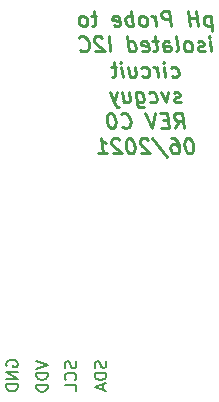
<source format=gbo>
%TF.GenerationSoftware,KiCad,Pcbnew,(5.1.10)-1*%
%TF.CreationDate,2021-06-08T21:02:16-05:00*%
%TF.ProjectId,phMeter,70684d65-7465-4722-9e6b-696361645f70,rev?*%
%TF.SameCoordinates,Original*%
%TF.FileFunction,Legend,Bot*%
%TF.FilePolarity,Positive*%
%FSLAX46Y46*%
G04 Gerber Fmt 4.6, Leading zero omitted, Abs format (unit mm)*
G04 Created by KiCad (PCBNEW (5.1.10)-1) date 2021-06-08 21:02:16*
%MOMM*%
%LPD*%
G01*
G04 APERTURE LIST*
%ADD10C,0.150000*%
%ADD11C,0.254000*%
G04 APERTURE END LIST*
D10*
X138184000Y-128905095D02*
X138136380Y-128809857D01*
X138136380Y-128667000D01*
X138184000Y-128524142D01*
X138279238Y-128428904D01*
X138374476Y-128381285D01*
X138564952Y-128333666D01*
X138707809Y-128333666D01*
X138898285Y-128381285D01*
X138993523Y-128428904D01*
X139088761Y-128524142D01*
X139136380Y-128667000D01*
X139136380Y-128762238D01*
X139088761Y-128905095D01*
X139041142Y-128952714D01*
X138707809Y-128952714D01*
X138707809Y-128762238D01*
X139136380Y-129381285D02*
X138136380Y-129381285D01*
X139136380Y-129952714D01*
X138136380Y-129952714D01*
X139136380Y-130428904D02*
X138136380Y-130428904D01*
X138136380Y-130667000D01*
X138184000Y-130809857D01*
X138279238Y-130905095D01*
X138374476Y-130952714D01*
X138564952Y-131000333D01*
X138707809Y-131000333D01*
X138898285Y-130952714D01*
X138993523Y-130905095D01*
X139088761Y-130809857D01*
X139136380Y-130667000D01*
X139136380Y-130428904D01*
X140676380Y-128460666D02*
X141676380Y-128794000D01*
X140676380Y-129127333D01*
X141676380Y-129460666D02*
X140676380Y-129460666D01*
X140676380Y-129698761D01*
X140724000Y-129841619D01*
X140819238Y-129936857D01*
X140914476Y-129984476D01*
X141104952Y-130032095D01*
X141247809Y-130032095D01*
X141438285Y-129984476D01*
X141533523Y-129936857D01*
X141628761Y-129841619D01*
X141676380Y-129698761D01*
X141676380Y-129460666D01*
X141676380Y-130460666D02*
X140676380Y-130460666D01*
X140676380Y-130698761D01*
X140724000Y-130841619D01*
X140819238Y-130936857D01*
X140914476Y-130984476D01*
X141104952Y-131032095D01*
X141247809Y-131032095D01*
X141438285Y-130984476D01*
X141533523Y-130936857D01*
X141628761Y-130841619D01*
X141676380Y-130698761D01*
X141676380Y-130460666D01*
X144041761Y-128476523D02*
X144089380Y-128619380D01*
X144089380Y-128857476D01*
X144041761Y-128952714D01*
X143994142Y-129000333D01*
X143898904Y-129047952D01*
X143803666Y-129047952D01*
X143708428Y-129000333D01*
X143660809Y-128952714D01*
X143613190Y-128857476D01*
X143565571Y-128667000D01*
X143517952Y-128571761D01*
X143470333Y-128524142D01*
X143375095Y-128476523D01*
X143279857Y-128476523D01*
X143184619Y-128524142D01*
X143137000Y-128571761D01*
X143089380Y-128667000D01*
X143089380Y-128905095D01*
X143137000Y-129047952D01*
X143994142Y-130047952D02*
X144041761Y-130000333D01*
X144089380Y-129857476D01*
X144089380Y-129762238D01*
X144041761Y-129619380D01*
X143946523Y-129524142D01*
X143851285Y-129476523D01*
X143660809Y-129428904D01*
X143517952Y-129428904D01*
X143327476Y-129476523D01*
X143232238Y-129524142D01*
X143137000Y-129619380D01*
X143089380Y-129762238D01*
X143089380Y-129857476D01*
X143137000Y-130000333D01*
X143184619Y-130047952D01*
X144089380Y-130952714D02*
X144089380Y-130476523D01*
X143089380Y-130476523D01*
X146581761Y-128452714D02*
X146629380Y-128595571D01*
X146629380Y-128833666D01*
X146581761Y-128928904D01*
X146534142Y-128976523D01*
X146438904Y-129024142D01*
X146343666Y-129024142D01*
X146248428Y-128976523D01*
X146200809Y-128928904D01*
X146153190Y-128833666D01*
X146105571Y-128643190D01*
X146057952Y-128547952D01*
X146010333Y-128500333D01*
X145915095Y-128452714D01*
X145819857Y-128452714D01*
X145724619Y-128500333D01*
X145677000Y-128547952D01*
X145629380Y-128643190D01*
X145629380Y-128881285D01*
X145677000Y-129024142D01*
X146629380Y-129452714D02*
X145629380Y-129452714D01*
X145629380Y-129690809D01*
X145677000Y-129833666D01*
X145772238Y-129928904D01*
X145867476Y-129976523D01*
X146057952Y-130024142D01*
X146200809Y-130024142D01*
X146391285Y-129976523D01*
X146486523Y-129928904D01*
X146581761Y-129833666D01*
X146629380Y-129690809D01*
X146629380Y-129452714D01*
X146343666Y-130405095D02*
X146343666Y-130881285D01*
X146629380Y-130309857D02*
X145629380Y-130643190D01*
X146629380Y-130976523D01*
D11*
X155450116Y-99232357D02*
X155608866Y-100502357D01*
X155457676Y-99292833D02*
X155329164Y-99232357D01*
X155087259Y-99232357D01*
X154973866Y-99292833D01*
X154920950Y-99353309D01*
X154875592Y-99474261D01*
X154920950Y-99837119D01*
X154996545Y-99958071D01*
X155064580Y-100018547D01*
X155193092Y-100079023D01*
X155434997Y-100079023D01*
X155548390Y-100018547D01*
X154406902Y-100079023D02*
X154248152Y-98809023D01*
X154323747Y-99413785D02*
X153598033Y-99413785D01*
X153681188Y-100079023D02*
X153522438Y-98809023D01*
X152108807Y-100079023D02*
X151950057Y-98809023D01*
X151466247Y-98809023D01*
X151352854Y-98869500D01*
X151299938Y-98929976D01*
X151254580Y-99050928D01*
X151277259Y-99232357D01*
X151352854Y-99353309D01*
X151420890Y-99413785D01*
X151549402Y-99474261D01*
X152033211Y-99474261D01*
X150838807Y-100079023D02*
X150732973Y-99232357D01*
X150763211Y-99474261D02*
X150687616Y-99353309D01*
X150619580Y-99292833D01*
X150491069Y-99232357D01*
X150370116Y-99232357D01*
X149871188Y-100079023D02*
X149984580Y-100018547D01*
X150037497Y-99958071D01*
X150082854Y-99837119D01*
X150037497Y-99474261D01*
X149961902Y-99353309D01*
X149893866Y-99292833D01*
X149765354Y-99232357D01*
X149583926Y-99232357D01*
X149470533Y-99292833D01*
X149417616Y-99353309D01*
X149372259Y-99474261D01*
X149417616Y-99837119D01*
X149493211Y-99958071D01*
X149561247Y-100018547D01*
X149689759Y-100079023D01*
X149871188Y-100079023D01*
X148903569Y-100079023D02*
X148744819Y-98809023D01*
X148805295Y-99292833D02*
X148676783Y-99232357D01*
X148434878Y-99232357D01*
X148321485Y-99292833D01*
X148268569Y-99353309D01*
X148223211Y-99474261D01*
X148268569Y-99837119D01*
X148344164Y-99958071D01*
X148412200Y-100018547D01*
X148540711Y-100079023D01*
X148782616Y-100079023D01*
X148896009Y-100018547D01*
X147263152Y-100018547D02*
X147391664Y-100079023D01*
X147633569Y-100079023D01*
X147746961Y-100018547D01*
X147792319Y-99897595D01*
X147731842Y-99413785D01*
X147656247Y-99292833D01*
X147527735Y-99232357D01*
X147285830Y-99232357D01*
X147172438Y-99292833D01*
X147127080Y-99413785D01*
X147142200Y-99534738D01*
X147762080Y-99655690D01*
X145773926Y-99232357D02*
X145290116Y-99232357D01*
X145539580Y-98809023D02*
X145675652Y-99897595D01*
X145630295Y-100018547D01*
X145516902Y-100079023D01*
X145395950Y-100079023D01*
X144791188Y-100079023D02*
X144904580Y-100018547D01*
X144957497Y-99958071D01*
X145002854Y-99837119D01*
X144957497Y-99474261D01*
X144881902Y-99353309D01*
X144813866Y-99292833D01*
X144685354Y-99232357D01*
X144503926Y-99232357D01*
X144390533Y-99292833D01*
X144337616Y-99353309D01*
X144292259Y-99474261D01*
X144337616Y-99837119D01*
X144413211Y-99958071D01*
X144481247Y-100018547D01*
X144609759Y-100079023D01*
X144791188Y-100079023D01*
X155495473Y-102238023D02*
X155389640Y-101391357D01*
X155336723Y-100968023D02*
X155404759Y-101028500D01*
X155351842Y-101088976D01*
X155283807Y-101028500D01*
X155336723Y-100968023D01*
X155351842Y-101088976D01*
X154943628Y-102177547D02*
X154830235Y-102238023D01*
X154588330Y-102238023D01*
X154459819Y-102177547D01*
X154384223Y-102056595D01*
X154376664Y-101996119D01*
X154422021Y-101875166D01*
X154535414Y-101814690D01*
X154716842Y-101814690D01*
X154830235Y-101754214D01*
X154875592Y-101633261D01*
X154868033Y-101572785D01*
X154792438Y-101451833D01*
X154663926Y-101391357D01*
X154482497Y-101391357D01*
X154369104Y-101451833D01*
X153681188Y-102238023D02*
X153794580Y-102177547D01*
X153847497Y-102117071D01*
X153892854Y-101996119D01*
X153847497Y-101633261D01*
X153771902Y-101512309D01*
X153703866Y-101451833D01*
X153575354Y-101391357D01*
X153393926Y-101391357D01*
X153280533Y-101451833D01*
X153227616Y-101512309D01*
X153182259Y-101633261D01*
X153227616Y-101996119D01*
X153303211Y-102117071D01*
X153371247Y-102177547D01*
X153499759Y-102238023D01*
X153681188Y-102238023D01*
X152532140Y-102238023D02*
X152645533Y-102177547D01*
X152690890Y-102056595D01*
X152554819Y-100968023D01*
X151504045Y-102238023D02*
X151420890Y-101572785D01*
X151466247Y-101451833D01*
X151579640Y-101391357D01*
X151821545Y-101391357D01*
X151950057Y-101451833D01*
X151496485Y-102177547D02*
X151624997Y-102238023D01*
X151927378Y-102238023D01*
X152040771Y-102177547D01*
X152086128Y-102056595D01*
X152071009Y-101935642D01*
X151995414Y-101814690D01*
X151866902Y-101754214D01*
X151564521Y-101754214D01*
X151436009Y-101693738D01*
X150974878Y-101391357D02*
X150491069Y-101391357D01*
X150740533Y-100968023D02*
X150876604Y-102056595D01*
X150831247Y-102177547D01*
X150717854Y-102238023D01*
X150596902Y-102238023D01*
X149682199Y-102177547D02*
X149810711Y-102238023D01*
X150052616Y-102238023D01*
X150166009Y-102177547D01*
X150211366Y-102056595D01*
X150150890Y-101572785D01*
X150075295Y-101451833D01*
X149946783Y-101391357D01*
X149704878Y-101391357D01*
X149591485Y-101451833D01*
X149546128Y-101572785D01*
X149561247Y-101693738D01*
X150181128Y-101814690D01*
X148540711Y-102238023D02*
X148381961Y-100968023D01*
X148533152Y-102177547D02*
X148661664Y-102238023D01*
X148903569Y-102238023D01*
X149016961Y-102177547D01*
X149069878Y-102117071D01*
X149115235Y-101996119D01*
X149069878Y-101633261D01*
X148994283Y-101512309D01*
X148926247Y-101451833D01*
X148797735Y-101391357D01*
X148555830Y-101391357D01*
X148442438Y-101451833D01*
X146968330Y-102238023D02*
X146809580Y-100968023D01*
X146280414Y-101088976D02*
X146212378Y-101028500D01*
X146083866Y-100968023D01*
X145781485Y-100968023D01*
X145668092Y-101028500D01*
X145615176Y-101088976D01*
X145569819Y-101209928D01*
X145584938Y-101330880D01*
X145668092Y-101512309D01*
X146484521Y-102238023D01*
X145698330Y-102238023D01*
X144413211Y-102117071D02*
X144481247Y-102177547D01*
X144670235Y-102238023D01*
X144791188Y-102238023D01*
X144965057Y-102177547D01*
X145070890Y-102056595D01*
X145116247Y-101935642D01*
X145146485Y-101693738D01*
X145123807Y-101512309D01*
X145033092Y-101270404D01*
X144957497Y-101149452D01*
X144821426Y-101028500D01*
X144632438Y-100968023D01*
X144511485Y-100968023D01*
X144337616Y-101028500D01*
X144284699Y-101088976D01*
X152161723Y-104336547D02*
X152290235Y-104397023D01*
X152532140Y-104397023D01*
X152645533Y-104336547D01*
X152698450Y-104276071D01*
X152743807Y-104155119D01*
X152698450Y-103792261D01*
X152622854Y-103671309D01*
X152554819Y-103610833D01*
X152426307Y-103550357D01*
X152184402Y-103550357D01*
X152071009Y-103610833D01*
X151624997Y-104397023D02*
X151519164Y-103550357D01*
X151466247Y-103127023D02*
X151534283Y-103187500D01*
X151481366Y-103247976D01*
X151413330Y-103187500D01*
X151466247Y-103127023D01*
X151481366Y-103247976D01*
X151020235Y-104397023D02*
X150914402Y-103550357D01*
X150944640Y-103792261D02*
X150869045Y-103671309D01*
X150801009Y-103610833D01*
X150672497Y-103550357D01*
X150551545Y-103550357D01*
X149682200Y-104336547D02*
X149810711Y-104397023D01*
X150052616Y-104397023D01*
X150166009Y-104336547D01*
X150218926Y-104276071D01*
X150264283Y-104155119D01*
X150218926Y-103792261D01*
X150143330Y-103671309D01*
X150075295Y-103610833D01*
X149946783Y-103550357D01*
X149704878Y-103550357D01*
X149591485Y-103610833D01*
X148495354Y-103550357D02*
X148601188Y-104397023D01*
X149039640Y-103550357D02*
X149122795Y-104215595D01*
X149077438Y-104336547D01*
X148964045Y-104397023D01*
X148782616Y-104397023D01*
X148654104Y-104336547D01*
X148586069Y-104276071D01*
X147996426Y-104397023D02*
X147890592Y-103550357D01*
X147837676Y-103127023D02*
X147905711Y-103187500D01*
X147852795Y-103247976D01*
X147784759Y-103187500D01*
X147837676Y-103127023D01*
X147852795Y-103247976D01*
X147467259Y-103550357D02*
X146983450Y-103550357D01*
X147232914Y-103127023D02*
X147368985Y-104215595D01*
X147323628Y-104336547D01*
X147210235Y-104397023D01*
X147089283Y-104397023D01*
X152917676Y-106495547D02*
X152804283Y-106556023D01*
X152562378Y-106556023D01*
X152433866Y-106495547D01*
X152358271Y-106374595D01*
X152350711Y-106314119D01*
X152396069Y-106193166D01*
X152509461Y-106132690D01*
X152690890Y-106132690D01*
X152804283Y-106072214D01*
X152849640Y-105951261D01*
X152842080Y-105890785D01*
X152766485Y-105769833D01*
X152637973Y-105709357D01*
X152456545Y-105709357D01*
X152343152Y-105769833D01*
X151851783Y-105709357D02*
X151655235Y-106556023D01*
X151247021Y-105709357D01*
X150317200Y-106495547D02*
X150445711Y-106556023D01*
X150687616Y-106556023D01*
X150801009Y-106495547D01*
X150853926Y-106435071D01*
X150899283Y-106314119D01*
X150853926Y-105951261D01*
X150778330Y-105830309D01*
X150710295Y-105769833D01*
X150581783Y-105709357D01*
X150339878Y-105709357D01*
X150226485Y-105769833D01*
X149130354Y-105709357D02*
X149258866Y-106737452D01*
X149334461Y-106858404D01*
X149402497Y-106918880D01*
X149531009Y-106979357D01*
X149712438Y-106979357D01*
X149825830Y-106918880D01*
X149228628Y-106495547D02*
X149357140Y-106556023D01*
X149599045Y-106556023D01*
X149712438Y-106495547D01*
X149765354Y-106435071D01*
X149810711Y-106314119D01*
X149765354Y-105951261D01*
X149689759Y-105830309D01*
X149621723Y-105769833D01*
X149493211Y-105709357D01*
X149251307Y-105709357D01*
X149137914Y-105769833D01*
X147981307Y-105709357D02*
X148087140Y-106556023D01*
X148525592Y-105709357D02*
X148608747Y-106374595D01*
X148563390Y-106495547D01*
X148449997Y-106556023D01*
X148268569Y-106556023D01*
X148140057Y-106495547D01*
X148072021Y-106435071D01*
X147497497Y-105709357D02*
X147300950Y-106556023D01*
X146892735Y-105709357D02*
X147300950Y-106556023D01*
X147459700Y-106858404D01*
X147527735Y-106918880D01*
X147656247Y-106979357D01*
X152441426Y-108715023D02*
X152789164Y-108110261D01*
X153167140Y-108715023D02*
X153008390Y-107445023D01*
X152524580Y-107445023D01*
X152411188Y-107505500D01*
X152358271Y-107565976D01*
X152312914Y-107686928D01*
X152335592Y-107868357D01*
X152411188Y-107989309D01*
X152479223Y-108049785D01*
X152607735Y-108110261D01*
X153091545Y-108110261D01*
X151813985Y-108049785D02*
X151390652Y-108049785D01*
X151292378Y-108715023D02*
X151897140Y-108715023D01*
X151738390Y-107445023D01*
X151133628Y-107445023D01*
X150770771Y-107445023D02*
X150506188Y-108715023D01*
X149924104Y-107445023D01*
X147951069Y-108594071D02*
X148019104Y-108654547D01*
X148208092Y-108715023D01*
X148329045Y-108715023D01*
X148502914Y-108654547D01*
X148608747Y-108533595D01*
X148654104Y-108412642D01*
X148684342Y-108170738D01*
X148661664Y-107989309D01*
X148570950Y-107747404D01*
X148495354Y-107626452D01*
X148359283Y-107505500D01*
X148170295Y-107445023D01*
X148049342Y-107445023D01*
X147875473Y-107505500D01*
X147822557Y-107565976D01*
X147021247Y-107445023D02*
X146900295Y-107445023D01*
X146786902Y-107505500D01*
X146733985Y-107565976D01*
X146688628Y-107686928D01*
X146658390Y-107928833D01*
X146696188Y-108231214D01*
X146786902Y-108473119D01*
X146862497Y-108594071D01*
X146930533Y-108654547D01*
X147059045Y-108715023D01*
X147179997Y-108715023D01*
X147293390Y-108654547D01*
X147346307Y-108594071D01*
X147391664Y-108473119D01*
X147421902Y-108231214D01*
X147384104Y-107928833D01*
X147293390Y-107686928D01*
X147217795Y-107565976D01*
X147149759Y-107505500D01*
X147021247Y-107445023D01*
X153582914Y-109604023D02*
X153461961Y-109604023D01*
X153348569Y-109664500D01*
X153295652Y-109724976D01*
X153250295Y-109845928D01*
X153220057Y-110087833D01*
X153257854Y-110390214D01*
X153348569Y-110632119D01*
X153424164Y-110753071D01*
X153492200Y-110813547D01*
X153620711Y-110874023D01*
X153741664Y-110874023D01*
X153855057Y-110813547D01*
X153907973Y-110753071D01*
X153953330Y-110632119D01*
X153983569Y-110390214D01*
X153945771Y-110087833D01*
X153855057Y-109845928D01*
X153779461Y-109724976D01*
X153711426Y-109664500D01*
X153582914Y-109604023D01*
X152071009Y-109604023D02*
X152312914Y-109604023D01*
X152441426Y-109664500D01*
X152509461Y-109724976D01*
X152653092Y-109906404D01*
X152743807Y-110148309D01*
X152804283Y-110632119D01*
X152758926Y-110753071D01*
X152706009Y-110813547D01*
X152592616Y-110874023D01*
X152350711Y-110874023D01*
X152222200Y-110813547D01*
X152154164Y-110753071D01*
X152078569Y-110632119D01*
X152040771Y-110329738D01*
X152086128Y-110208785D01*
X152139045Y-110148309D01*
X152252438Y-110087833D01*
X152494342Y-110087833D01*
X152622854Y-110148309D01*
X152690890Y-110208785D01*
X152766485Y-110329738D01*
X150491069Y-109543547D02*
X151783747Y-111176404D01*
X150150890Y-109724976D02*
X150082854Y-109664500D01*
X149954342Y-109604023D01*
X149651961Y-109604023D01*
X149538569Y-109664500D01*
X149485652Y-109724976D01*
X149440295Y-109845928D01*
X149455414Y-109966880D01*
X149538569Y-110148309D01*
X150354997Y-110874023D01*
X149568807Y-110874023D01*
X148623866Y-109604023D02*
X148502914Y-109604023D01*
X148389521Y-109664500D01*
X148336604Y-109724976D01*
X148291247Y-109845928D01*
X148261009Y-110087833D01*
X148298807Y-110390214D01*
X148389521Y-110632119D01*
X148465116Y-110753071D01*
X148533152Y-110813547D01*
X148661664Y-110874023D01*
X148782616Y-110874023D01*
X148896009Y-110813547D01*
X148948926Y-110753071D01*
X148994283Y-110632119D01*
X149024521Y-110390214D01*
X148986723Y-110087833D01*
X148896009Y-109845928D01*
X148820414Y-109724976D01*
X148752378Y-109664500D01*
X148623866Y-109604023D01*
X147731842Y-109724976D02*
X147663807Y-109664500D01*
X147535295Y-109604023D01*
X147232914Y-109604023D01*
X147119521Y-109664500D01*
X147066604Y-109724976D01*
X147021247Y-109845928D01*
X147036366Y-109966880D01*
X147119521Y-110148309D01*
X147935950Y-110874023D01*
X147149759Y-110874023D01*
X145940235Y-110874023D02*
X146665950Y-110874023D01*
X146303092Y-110874023D02*
X146144342Y-109604023D01*
X146287973Y-109785452D01*
X146424045Y-109906404D01*
X146552557Y-109966880D01*
M02*

</source>
